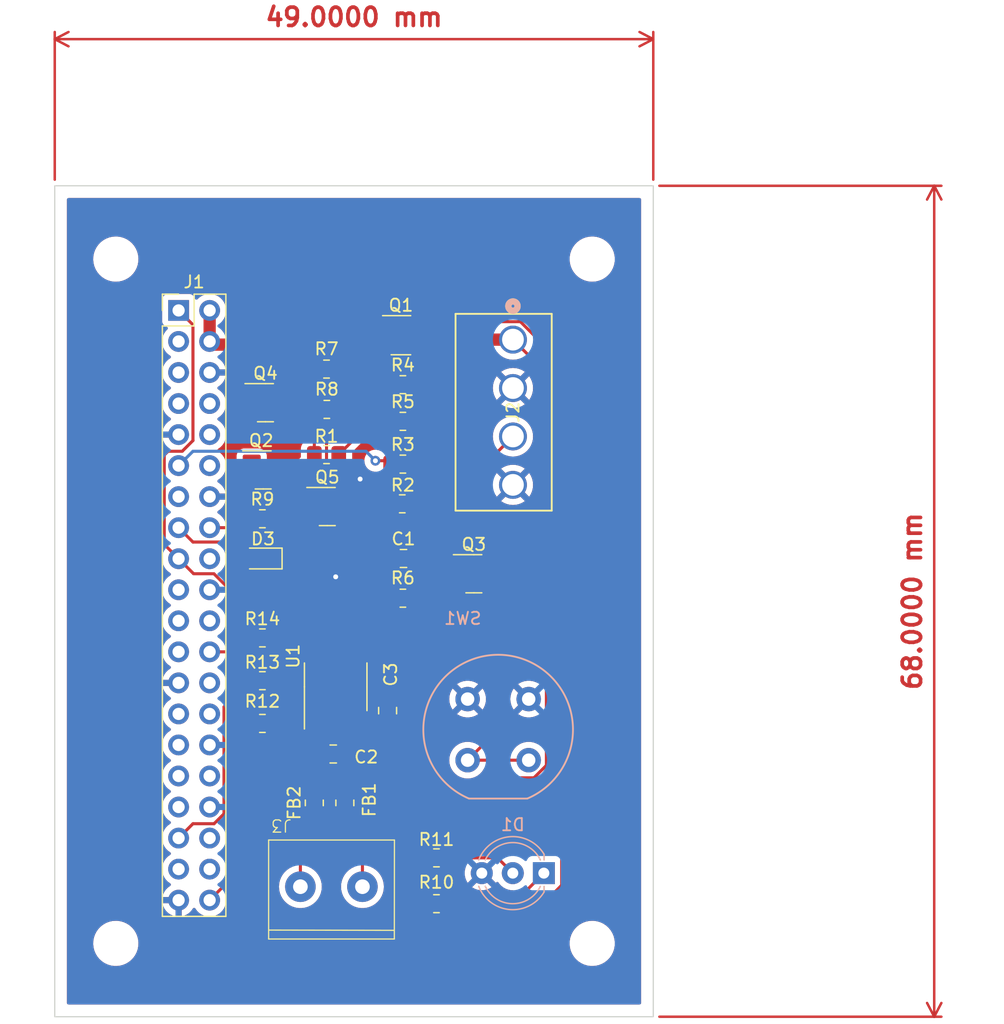
<source format=kicad_pcb>
(kicad_pcb (version 20221018) (generator pcbnew)
  (layers (0 "F.Cu" signal) (31 "B.Cu" signal) (34 "B.Paste" user) (35 "F.Paste" user) (36 "B.SilkS" user "B.Silkscreen") (37 "F.SilkS" user "F.Silkscreen") (38 "B.Mask" user) (39 "F.Mask" user) (44 "Edge.Cuts" user))
  (net 0 "")
  (net 1 "Net-(D3-K)")
  (net 2 "GND")
  (net 3 "Net-(U1-T+)")
  (net 4 "Net-(U1-T-)")
  (net 5 "+3.3V")
  (net 6 "Net-(D1-A1)")
  (net 7 "Net-(D1-A2)")
  (net 8 "OkToShutdown")
  (net 9 "Net-(J3-Pin_1)")
  (net 10 "Net-(J3-Pin_2)")
  (net 11 "+5V")
  (net 17 "PowerSwitch")
  (net 20 "EnableHeating")
  (net 26 "SPI_SEL")
  (net 34 "SP_MISO")
  (net 38 "SP_SCLK")
  (net 39 "/PwrIn")
  (net 40 "Net-(Q3-C)")
  (net 41 "Net-(Q1-G)")
  (net 42 "Net-(Q2-B)")
  (net 43 "Net-(Q2-C)")
  (net 44 "Net-(Q3-B)")
  (net 45 "Net-(Q4-B)")
  (net 46 "Net-(Q5-B)")
  (net 47 "Net-(Q5-C)")
  (net 48 "Net-(U1-SCK)")
  (net 49 "Net-(U1-SO)")
  (footprint "Connector_PinHeader_2.54mm:PinHeader_2x20_P2.54mm_Vertical" (layer "F.Cu") (at 104.14 76.2)
    (fp_text reference "J1" (at 1.27 -2.33) (layer "F.SilkS"))
    (fp_text value "Raspberry_Pi_2_3")
    (fp_line (start -1.33 -1.33) (end 0 -1.33) (stroke (width 0.12)) (layer "F.SilkS"))
    (fp_line (start -1.33 0) (end -1.33 -1.33) (stroke (width 0.12)) (layer "F.SilkS"))
    (fp_line (start -1.33 1.27) (end -1.33 49.59) (stroke (width 0.12)) (layer "F.SilkS"))
    (fp_line (start -1.33 1.27) (end 1.27 1.27) (stroke (width 0.12)) (layer "F.SilkS"))
    (fp_line (start -1.33 49.59) (end 3.87 49.59) (stroke (width 0.12)) (layer "F.SilkS"))
    (fp_line (start 1.27 -1.33) (end 3.87 -1.33) (stroke (width 0.12)) (layer "F.SilkS"))
    (fp_line (start 1.27 1.27) (end 1.27 -1.33) (stroke (width 0.12)) (layer "F.SilkS"))
    (fp_line (start 3.87 -1.33) (end 3.87 49.59) (stroke (width 0.12)) (layer "F.SilkS"))
    (pad "1" thru_hole rect (at 0 0) (size 1.7 1.7) (drill 1) (layers "*.Cu" "*.Mask") (net 5 "+3.3V"))
    (pad "2" thru_hole oval (at 2.54 0) (size 1.7 1.7) (drill 1) (layers "*.Cu" "*.Mask") (net 11 "+5V"))
    (pad "3" thru_hole oval (at 0 2.54) (size 1.7 1.7) (drill 1) (layers "*.Cu" "*.Mask"))
    (pad "4" thru_hole oval (at 2.54 2.54) (size 1.7 1.7) (drill 1) (layers "*.Cu" "*.Mask") (net 11 "+5V"))
    (pad "5" thru_hole oval (at 0 5.08) (size 1.7 1.7) (drill 1) (layers "*.Cu" "*.Mask"))
    (pad "6" thru_hole oval (at 2.54 5.08) (size 1.7 1.7) (drill 1) (layers "*.Cu" "*.Mask") (net 2 "GND"))
    (pad "7" thru_hole oval (at 0 7.62) (size 1.7 1.7) (drill 1) (layers "*.Cu" "*.Mask"))
    (pad "8" thru_hole oval (at 2.54 7.62) (size 1.7 1.7) (drill 1) (layers "*.Cu" "*.Mask"))
    (pad "9" thru_hole oval (at 0 10.16) (size 1.7 1.7) (drill 1) (layers "*.Cu" "*.Mask") (net 2 "GND"))
    (pad "10" thru_hole oval (at 2.54 10.16) (size 1.7 1.7) (drill 1) (layers "*.Cu" "*.Mask"))
    (pad "11" thru_hole oval (at 0 12.7) (size 1.7 1.7) (drill 1) (layers "*.Cu" "*.Mask") (net 17 "PowerSwitch"))
    (pad "12" thru_hole oval (at 2.54 12.7) (size 1.7 1.7) (drill 1) (layers "*.Cu" "*.Mask"))
    (pad "13" thru_hole oval (at 0 15.24) (size 1.7 1.7) (drill 1) (layers "*.Cu" "*.Mask"))
    (pad "14" thru_hole oval (at 2.54 15.24) (size 1.7 1.7) (drill 1) (layers "*.Cu" "*.Mask") (net 2 "GND"))
    (pad "15" thru_hole oval (at 0 17.78) (size 1.7 1.7) (drill 1) (layers "*.Cu" "*.Mask") (net 8 "OkToShutdown"))
    (pad "16" thru_hole oval (at 2.54 17.78) (size 1.7 1.7) (drill 1) (layers "*.Cu" "*.Mask") (net 20 "EnableHeating"))
    (pad "17" thru_hole oval (at 0 20.32) (size 1.7 1.7) (drill 1) (layers "*.Cu" "*.Mask") (net 5 "+3.3V"))
    (pad "18" thru_hole oval (at 2.54 20.32) (size 1.7 1.7) (drill 1) (layers "*.Cu" "*.Mask"))
    (pad "19" thru_hole oval (at 0 22.86) (size 1.7 1.7) (drill 1) (layers "*.Cu" "*.Mask"))
    (pad "20" thru_hole oval (at 2.54 22.86) (size 1.7 1.7) (drill 1) (layers "*.Cu" "*.Mask") (net 2 "GND"))
    (pad "21" thru_hole oval (at 0 25.4) (size 1.7 1.7) (drill 1) (layers "*.Cu" "*.Mask"))
    (pad "22" thru_hole oval (at 2.54 25.4) (size 1.7 1.7) (drill 1) (layers "*.Cu" "*.Mask"))
    (pad "23" thru_hole oval (at 0 27.94) (size 1.7 1.7) (drill 1) (layers "*.Cu" "*.Mask"))
    (pad "24" thru_hole oval (at 2.54 27.94) (size 1.7 1.7) (drill 1) (layers "*.Cu" "*.Mask") (net 26 "SPI_SEL"))
    (pad "25" thru_hole oval (at 0 30.48) (size 1.7 1.7) (drill 1) (layers "*.Cu" "*.Mask") (net 2 "GND"))
    (pad "26" thru_hole oval (at 2.54 30.48) (size 1.7 1.7) (drill 1) (layers "*.Cu" "*.Mask"))
    (pad "27" thru_hole oval (at 0 33.02) (size 1.7 1.7) (drill 1) (layers "*.Cu" "*.Mask"))
    (pad "28" thru_hole oval (at 2.54 33.02) (size 1.7 1.7) (drill 1) (layers "*.Cu" "*.Mask"))
    (pad "29" thru_hole oval (at 0 35.56) (size 1.7 1.7) (drill 1) (layers "*.Cu" "*.Mask"))
    (pad "30" thru_hole oval (at 2.54 35.56) (size 1.7 1.7) (drill 1) (layers "*.Cu" "*.Mask") (net 2 "GND"))
    (pad "31" thru_hole oval (at 0 38.1) (size 1.7 1.7) (drill 1) (layers "*.Cu" "*.Mask"))
    (pad "32" thru_hole oval (at 2.54 38.1) (size 1.7 1.7) (drill 1) (layers "*.Cu" "*.Mask"))
    (pad "33" thru_hole oval (at 0 40.64) (size 1.7 1.7) (drill 1) (layers "*.Cu" "*.Mask"))
    (pad "34" thru_hole oval (at 2.54 40.64) (size 1.7 1.7) (drill 1) (layers "*.Cu" "*.Mask") (net 2 "GND"))
    (pad "35" thru_hole oval (at 0 43.18) (size 1.7 1.7) (drill 1) (layers "*.Cu" "*.Mask") (net 34 "SP_MISO"))
    (pad "36" thru_hole oval (at 2.54 43.18) (size 1.7 1.7) (drill 1) (layers "*.Cu" "*.Mask"))
    (pad "37" thru_hole oval (at 0 45.72) (size 1.7 1.7) (drill 1) (layers "*.Cu" "*.Mask"))
    (pad "38" thru_hole oval (at 2.54 45.72) (size 1.7 1.7) (drill 1) (layers "*.Cu" "*.Mask"))
    (pad "39" thru_hole oval (at 0 48.26) (size 1.7 1.7) (drill 1) (layers "*.Cu" "*.Mask") (net 2 "GND"))
    (pad "40" thru_hole oval (at 2.54 48.26) (size 1.7 1.7) (drill 1) (layers "*.Cu" "*.Mask") (net 38 "SP_SCLK"))
  )
  (footprint "Resistor_SMD:R_0805_2012Metric_Pad1.20x1.40mm_HandSolder" (layer "F.Cu") (at 111 103 180)
    (fp_text reference "R14" (at 0 1.56) (layer "F.SilkS"))
    (fp_text value "10K")
    (fp_line (start -0.227064 -0.735) (end 0.227064 -0.735) (stroke (width 0.12)) (layer "F.SilkS"))
    (fp_line (start -0.227064 0.735) (end 0.227064 0.735) (stroke (width 0.12)) (layer "F.SilkS"))
    (pad "1" smd roundrect (at -1 0 180) (size 1.2 1.4) (layers "F.Cu" "F.Paste" "F.Mask") (roundrect_rratio 0.2083333333) (net 26 "SPI_SEL"))
    (pad "2" smd roundrect (at 1 0 180) (size 1.2 1.4) (layers "F.Cu" "F.Paste" "F.Mask") (roundrect_rratio 0.2083333333) (net 5 "+3.3V"))
  )
  (footprint "Resistor_SMD:R_0805_2012Metric_Pad1.20x1.40mm_HandSolder" (layer "F.Cu") (at 117.75 116.5 90)
    (fp_text reference "FB1" (at 0.25 2 90) (layer "F.SilkS"))
    (fp_text value "FerriteBead_Small")
    (fp_line (start -0.227064 -0.735) (end 0.227064 -0.735) (stroke (width 0.12)) (layer "F.SilkS"))
    (fp_line (start -0.227064 0.735) (end 0.227064 0.735) (stroke (width 0.12)) (layer "F.SilkS"))
    (pad "1" smd roundrect (at -1 0 90) (size 1.2 1.4) (layers "F.Cu" "F.Paste" "F.Mask") (roundrect_rratio 0.2083333333) (net 9 "Net-(J3-Pin_1)"))
    (pad "2" smd roundrect (at 1 0 90) (size 1.2 1.4) (layers "F.Cu" "F.Paste" "F.Mask") (roundrect_rratio 0.2083333333) (net 3 "Net-(U1-T+)"))
  )
  (footprint "Resistor_SMD:R_0805_2012Metric_Pad1.20x1.40mm_HandSolder" (layer "F.Cu") (at 116.275 84.3)
    (fp_text reference "R8" (at 0 -1.65) (layer "F.SilkS"))
    (fp_text value "470R")
    (fp_line (start -0.227064 -0.735) (end 0.227064 -0.735) (stroke (width 0.12)) (layer "F.SilkS"))
    (fp_line (start -0.227064 0.735) (end 0.227064 0.735) (stroke (width 0.12)) (layer "F.SilkS"))
    (pad "1" smd roundrect (at -1 0) (size 1.2 1.4) (layers "F.Cu" "F.Paste" "F.Mask") (roundrect_rratio 0.2083333333) (net 45 "Net-(Q4-B)"))
    (pad "2" smd roundrect (at 1 0) (size 1.2 1.4) (layers "F.Cu" "F.Paste" "F.Mask") (roundrect_rratio 0.2083333333) (net 47 "Net-(Q5-C)"))
  )
  (footprint "Package_SO:SOIC-8_3.9x4.9mm_P1.27mm" (layer "F.Cu") (at 117 107 90)
    (fp_text reference "U1" (at 2.5 -3.485 90) (layer "F.SilkS"))
    (fp_text value "MAX31855KASA")
    (fp_line (start 0 -2.56) (end -3.45 -2.56) (stroke (width 0.12)) (layer "F.SilkS"))
    (fp_line (start 0 -2.56) (end 1.95 -2.56) (stroke (width 0.12)) (layer "F.SilkS"))
    (fp_line (start 0 2.56) (end -1.95 2.56) (stroke (width 0.12)) (layer "F.SilkS"))
    (fp_line (start 0 2.56) (end 1.95 2.56) (stroke (width 0.12)) (layer "F.SilkS"))
    (pad "1" smd roundrect (at -2.475 -1.905 90) (size 1.95 0.6) (layers "F.Cu" "F.Paste" "F.Mask") (net 2 "GND"))
    (pad "2" smd roundrect (at -2.475 -0.635 90) (size 1.95 0.6) (layers "F.Cu" "F.Paste" "F.Mask") (net 4 "Net-(U1-T-)"))
    (pad "3" smd roundrect (at -2.475 0.635 90) (size 1.95 0.6) (layers "F.Cu" "F.Paste" "F.Mask") (net 3 "Net-(U1-T+)"))
    (pad "4" smd roundrect (at -2.475 1.905 90) (size 1.95 0.6) (layers "F.Cu" "F.Paste" "F.Mask") (net 5 "+3.3V"))
    (pad "5" smd roundrect (at 2.475 1.905 90) (size 1.95 0.6) (layers "F.Cu" "F.Paste" "F.Mask") (net 48 "Net-(U1-SCK)"))
    (pad "6" smd roundrect (at 2.475 0.635 90) (size 1.95 0.6) (layers "F.Cu" "F.Paste" "F.Mask") (net 26 "SPI_SEL"))
    (pad "7" smd roundrect (at 2.475 -0.635 90) (size 1.95 0.6) (layers "F.Cu" "F.Paste" "F.Mask") (net 49 "Net-(U1-SO)"))
    (pad "8" smd roundrect (at 2.475 -1.905 90) (size 1.95 0.6) (layers "F.Cu" "F.Paste" "F.Mask"))
  )
  (footprint "MountingHole:MountingHole_3.2mm_M3" (layer "F.Cu") (at 138 72)
    (fp_text reference "REF**" hide)
    (fp_text value "MountingHole_3.2mm_M3")
    (pad "" np_thru_hole circle (at 0 0) (size 3.2 3.2) (drill 3.2) (layers "*.Cu" "*.Mask"))
  )
  (footprint "Resistor_SMD:R_0805_2012Metric_Pad1.20x1.40mm_HandSolder" (layer "F.Cu") (at 116.25 88 180)
    (fp_text reference "R1" (at 0 1.5) (layer "F.SilkS"))
    (fp_text value "1K")
    (fp_line (start -0.227064 -0.735) (end 0.227064 -0.735) (stroke (width 0.12)) (layer "F.SilkS"))
    (fp_line (start -0.227064 0.735) (end 0.227064 0.735) (stroke (width 0.12)) (layer "F.SilkS"))
    (pad "1" smd roundrect (at -1 0 180) (size 1.2 1.4) (layers "F.Cu" "F.Paste" "F.Mask") (roundrect_rratio 0.2083333333) (net 41 "Net-(Q1-G)"))
    (pad "2" smd roundrect (at 1 0 180) (size 1.2 1.4) (layers "F.Cu" "F.Paste" "F.Mask") (roundrect_rratio 0.2083333333) (net 43 "Net-(Q2-C)"))
  )
  (footprint "MountingHole:MountingHole_3.2mm_M3" (layer "F.Cu") (at 138 128)
    (fp_text reference "REF**" hide)
    (fp_text value "MountingHole_3.2mm_M3")
    (pad "" np_thru_hole circle (at 0 0) (size 3.2 3.2) (drill 3.2) (layers "*.Cu" "*.Mask"))
  )
  (footprint "WeidmullerScrewTerminal:1x2ScrewTerminal" (layer "F.Cu") (at 121.79 119.56 180)
    (fp_text reference "J3" (at 9.24 1.21 180 unlocked) (layer "F.SilkS") (effects (font (thickness 0.1))))
    (fp_text value "Conn_01x02_Pin")
    (fp_line (start -0.02 0.02) (end 10.28 0.02) (stroke (width 0.1)) (layer "F.SilkS"))
    (fp_line (start -0.01 -8.08) (end -0.02 0.02) (stroke (width 0.1)) (layer "F.SilkS"))
    (fp_line (start 0.04 -7.37) (end 10.25 -7.35) (stroke (width 0.1)) (layer "F.SilkS"))
    (fp_line (start 10.28 -8.08) (end -0.01 -8.08) (stroke (width 0.1)) (layer "F.SilkS"))
    (fp_line (start 10.28 0.02) (end 10.28 -8.08) (stroke (width 0.1)) (layer "F.SilkS"))
    (pad "1" thru_hole circle (at 2.6 -3.8 180) (size 2.5 2.5) (drill 1.2) (layers "*.Cu" "*.Mask") (net 9 "Net-(J3-Pin_1)"))
    (pad "2" thru_hole circle (at 7.68 -3.8 180) (size 2.5 2.5) (drill 1.2) (layers "*.Cu" "*.Mask") (net 10 "Net-(J3-Pin_2)"))
  )
  (footprint "Capacitor_SMD:C_0805_2012Metric" (layer "F.Cu") (at 121.25 108.95 90)
    (fp_text reference "C3" (at 2.95 0.25 90) (layer "F.SilkS"))
    (fp_text value "100n")
    (fp_line (start -0.261252 -0.735) (end 0.261252 -0.735) (stroke (width 0.12)) (layer "F.SilkS"))
    (fp_line (start -0.261252 0.735) (end 0.261252 0.735) (stroke (width 0.12)) (layer "F.SilkS"))
    (pad "1" smd roundrect (at -0.95 0 90) (size 1 1.45) (layers "F.Cu" "F.Paste" "F.Mask") (net 5 "+3.3V"))
    (pad "2" smd roundrect (at 0.95 0 90) (size 1 1.45) (layers "F.Cu" "F.Paste" "F.Mask") (net 2 "GND"))
  )
  (footprint "Package_TO_SOT_SMD:SOT-23" (layer "F.Cu") (at 116.3125 92.25)
    (fp_text reference "Q5" (at 0 -2.4) (layer "F.SilkS"))
    (fp_text value "BC847")
    (fp_line (start 0 -1.56) (end -1.675 -1.56) (stroke (width 0.12)) (layer "F.SilkS"))
    (fp_line (start 0 -1.56) (end 0.65 -1.56) (stroke (width 0.12)) (layer "F.SilkS"))
    (fp_line (start 0 1.56) (end -0.65 1.56) (stroke (width 0.12)) (layer "F.SilkS"))
    (fp_line (start 0 1.56) (end 0.65 1.56) (stroke (width 0.12)) (layer "F.SilkS"))
    (pad "1" smd roundrect (at -0.9375 -0.95) (size 1.475 0.6) (layers "F.Cu" "F.Paste" "F.Mask") (net 46 "Net-(Q5-B)"))
    (pad "2" smd roundrect (at -0.9375 0.95) (size 1.475 0.6) (layers "F.Cu" "F.Paste" "F.Mask") (net 2 "GND"))
    (pad "3" smd roundrect (at 0.9375 0) (size 1.475 0.6) (layers "F.Cu" "F.Paste" "F.Mask") (net 47 "Net-(Q5-C)"))
  )
  (footprint "TE-Connector:CONN4_640445-4_TEC" (layer "F.Cu") (at 131.512 78.5898 90)
    (fp_text reference "J2" (at -5.9436 0 90 unlocked) (layer "F.SilkS"))
    (fp_text value "640445-4")
    (fp_circle (center 2.7432 0) (end 3.1242 0) (stroke (width 0.508)) (fill none) (layer "B.SilkS"))
    (fp_line (start -13.9954 -4.699) (end -13.9954 3.175) (stroke (width 0.1524)) (layer "F.SilkS"))
    (fp_line (start -13.9954 3.175) (end 2.1082 3.175) (stroke (width 0.1524)) (layer "F.SilkS"))
    (fp_line (start 2.1082 -4.699) (end -13.9954 -4.699) (stroke (width 0.1524)) (layer "F.SilkS"))
    (fp_line (start 2.1082 3.175) (end 2.1082 -4.699) (stroke (width 0.1524)) (layer "F.SilkS"))
    (fp_circle (center 2.7432 0) (end 3.1242 0) (stroke (width 0.508)) (fill none) (layer "F.SilkS"))
    (pad "1" thru_hole circle (at 0 0 90) (size 2.286 2.286) (drill 1.778) (layers "*.Cu" "*.Mask") (net 39 "/PwrIn"))
    (pad "2" thru_hole circle (at -3.9624 0 90) (size 2.286 2.286) (drill 1.778) (layers "*.Cu" "*.Mask") (net 2 "GND"))
    (pad "3" thru_hole circle (at -7.9248 0 90) (size 2.286 2.286) (drill 1.778) (layers "*.Cu" "*.Mask") (net 40 "Net-(Q3-C)"))
    (pad "4" thru_hole circle (at -11.8872 0 90) (size 2.286 2.286) (drill 1.778) (layers "*.Cu" "*.Mask") (net 2 "GND"))
  )
  (footprint "Resistor_SMD:R_0805_2012Metric_Pad1.20x1.40mm_HandSolder" (layer "F.Cu") (at 116.25 81)
    (fp_text reference "R7" (at 0 -1.65) (layer "F.SilkS"))
    (fp_text value "10K")
    (fp_line (start -0.227064 -0.735) (end 0.227064 -0.735) (stroke (width 0.12)) (layer "F.SilkS"))
    (fp_line (start -0.227064 0.735) (end 0.227064 0.735) (stroke (width 0.12)) (layer "F.SilkS"))
    (pad "1" smd roundrect (at -1 0) (size 1.2 1.4) (layers "F.Cu" "F.Paste" "F.Mask") (roundrect_rratio 0.2083333333) (net 11 "+5V"))
    (pad "2" smd roundrect (at 1 0) (size 1.2 1.4) (layers "F.Cu" "F.Paste" "F.Mask") (roundrect_rratio 0.2083333333) (net 45 "Net-(Q4-B)"))
  )
  (footprint "Package_TO_SOT_SMD:SOT-23" (layer "F.Cu") (at 111.0625 89.25)
    (fp_text reference "Q2" (at -0.1625 -2.4) (layer "F.SilkS"))
    (fp_text value "BC857")
    (fp_line (start 0 -1.56) (end -1.675 -1.56) (stroke (width 0.12)) (layer "F.SilkS"))
    (fp_line (start 0 -1.56) (end 0.65 -1.56) (stroke (width 0.12)) (layer "F.SilkS"))
    (fp_line (start 0 1.56) (end -0.65 1.56) (stroke (width 0.12)) (layer "F.SilkS"))
    (fp_line (start 0 1.56) (end 0.65 1.56) (stroke (width 0.12)) (layer "F.SilkS"))
    (pad "1" smd roundrect (at -0.9375 -0.95) (size 1.475 0.6) (layers "F.Cu" "F.Paste" "F.Mask") (net 42 "Net-(Q2-B)"))
    (pad "2" smd roundrect (at -0.9375 0.95) (size 1.475 0.6) (layers "F.Cu" "F.Paste" "F.Mask") (net 2 "GND"))
    (pad "3" smd roundrect (at 0.9375 0) (size 1.475 0.6) (layers "F.Cu" "F.Paste" "F.Mask") (net 43 "Net-(Q2-C)"))
  )
  (footprint "Capacitor_SMD:C_0805_2012Metric" (layer "F.Cu") (at 122.55 96.5 180)
    (fp_text reference "C1" (at 0 1.6) (layer "F.SilkS"))
    (fp_text value "2.2u")
    (fp_line (start -0.261252 -0.735) (end 0.261252 -0.735) (stroke (width 0.12)) (layer "F.SilkS"))
    (fp_line (start -0.261252 0.735) (end 0.261252 0.735) (stroke (width 0.12)) (layer "F.SilkS"))
    (pad "1" smd roundrect (at -0.95 0 180) (size 1 1.45) (layers "F.Cu" "F.Paste" "F.Mask") (net 1 "Net-(D3-K)"))
    (pad "2" smd roundrect (at 0.95 0 180) (size 1 1.45) (layers "F.Cu" "F.Paste" "F.Mask") (net 2 "GND"))
  )
  (footprint "Resistor_SMD:R_0805_2012Metric_Pad1.20x1.40mm_HandSolder" (layer "F.Cu") (at 122.45 92.0275 180)
    (fp_text reference "R2" (at -0.05 1.5275) (layer "F.SilkS"))
    (fp_text value "2K2")
    (fp_line (start -0.227064 -0.735) (end 0.227064 -0.735) (stroke (width 0.12)) (layer "F.SilkS"))
    (fp_line (start -0.227064 0.735) (end 0.227064 0.735) (stroke (width 0.12)) (layer "F.SilkS"))
    (pad "1" smd roundrect (at -1 0 180) (size 1.2 1.4) (layers "F.Cu" "F.Paste" "F.Mask") (roundrect_rratio 0.2083333333) (net 17 "PowerSwitch"))
    (pad "2" smd roundrect (at 1 0 180) (size 1.2 1.4) (layers "F.Cu" "F.Paste" "F.Mask") (roundrect_rratio 0.2083333333) (net 42 "Net-(Q2-B)"))
  )
  (footprint "Resistor_SMD:R_0805_2012Metric_Pad1.20x1.40mm_HandSolder" (layer "F.Cu") (at 115.25 116.5 90)
    (fp_text reference "FB2" (at 0 -1.65 90) (layer "F.SilkS"))
    (fp_text value "FerriteBead_Small")
    (fp_line (start -0.227064 -0.735) (end 0.227064 -0.735) (stroke (width 0.12)) (layer "F.SilkS"))
    (fp_line (start -0.227064 0.735) (end 0.227064 0.735) (stroke (width 0.12)) (layer "F.SilkS"))
    (pad "1" smd roundrect (at -1 0 90) (size 1.2 1.4) (layers "F.Cu" "F.Paste" "F.Mask") (roundrect_rratio 0.2083333333) (net 10 "Net-(J3-Pin_2)"))
    (pad "2" smd roundrect (at 1 0 90) (size 1.2 1.4) (layers "F.Cu" "F.Paste" "F.Mask") (roundrect_rratio 0.2083333333) (net 4 "Net-(U1-T-)"))
  )
  (footprint "Package_TO_SOT_SMD:SOT-23" (layer "F.Cu") (at 111.25 83.75)
    (fp_text reference "Q4" (at 0 -2.4) (layer "F.SilkS"))
    (fp_text value "BC847")
    (fp_line (start 0 -1.56) (end -1.675 -1.56) (stroke (width 0.12)) (layer "F.SilkS"))
    (fp_line (start 0 -1.56) (end 0.65 -1.56) (stroke (width 0.12)) (layer "F.SilkS"))
    (fp_line (start 0 1.56) (end -0.65 1.56) (stroke (width 0.12)) (layer "F.SilkS"))
    (fp_line (start 0 1.56) (end 0.65 1.56) (stroke (width 0.12)) (layer "F.SilkS"))
    (pad "1" smd roundrect (at -0.9375 -0.95) (size 1.475 0.6) (layers "F.Cu" "F.Paste" "F.Mask") (net 45 "Net-(Q4-B)"))
    (pad "2" smd roundrect (at -0.9375 0.95) (size 1.475 0.6) (layers "F.Cu" "F.Paste" "F.Mask") (net 2 "GND"))
    (pad "3" smd roundrect (at 0.9375 0) (size 1.475 0.6) (layers "F.Cu" "F.Paste" "F.Mask") (net 43 "Net-(Q2-C)"))
  )
  (footprint "Resistor_SMD:R_0805_2012Metric_Pad1.20x1.40mm_HandSolder" (layer "F.Cu") (at 125.25 121 180)
    (fp_text reference "R11" (at 0 1.5) (layer "F.SilkS"))
    (fp_text value "220R")
    (fp_line (start -0.227064 -0.735) (end 0.227064 -0.735) (stroke (width 0.12)) (layer "F.SilkS"))
    (fp_line (start -0.227064 0.735) (end 0.227064 0.735) (stroke (width 0.12)) (layer "F.SilkS"))
    (pad "1" smd roundrect (at -1 0 180) (size 1.2 1.4) (layers "F.Cu" "F.Paste" "F.Mask") (roundrect_rratio 0.2083333333) (net 7 "Net-(D1-A2)"))
    (pad "2" smd roundrect (at 1 0 180) (size 1.2 1.4) (layers "F.Cu" "F.Paste" "F.Mask") (roundrect_rratio 0.2083333333) (net 39 "/PwrIn"))
  )
  (footprint "MountingHole:MountingHole_3.2mm_M3" (layer "F.Cu") (at 99 72)
    (fp_text reference "REF**" hide)
    (fp_text value "MountingHole_3.2mm_M3")
    (pad "" np_thru_hole circle (at 0 0) (size 3.2 3.2) (drill 3.2) (layers "*.Cu" "*.Mask"))
  )
  (footprint "Resistor_SMD:R_0805_2012Metric_Pad1.20x1.40mm_HandSolder" (layer "F.Cu") (at 125.25 124.75 180)
    (fp_text reference "R10" (at 0 1.75) (layer "F.SilkS"))
    (fp_text value "220R")
    (fp_line (start -0.227064 -0.735) (end 0.227064 -0.735) (stroke (width 0.12)) (layer "F.SilkS"))
    (fp_line (start -0.227064 0.735) (end 0.227064 0.735) (stroke (width 0.12)) (layer "F.SilkS"))
    (pad "1" smd roundrect (at -1 0 180) (size 1.2 1.4) (layers "F.Cu" "F.Paste" "F.Mask") (roundrect_rratio 0.2083333333) (net 6 "Net-(D1-A1)"))
    (pad "2" smd roundrect (at 1 0 180) (size 1.2 1.4) (layers "F.Cu" "F.Paste" "F.Mask") (roundrect_rratio 0.2083333333) (net 11 "+5V"))
  )
  (footprint "Resistor_SMD:R_0805_2012Metric_Pad1.20x1.40mm_HandSolder" (layer "F.Cu") (at 111 93.25 180)
    (fp_text reference "R9" (at 0 1.6) (layer "F.SilkS"))
    (fp_text value "2K2")
    (fp_line (start -0.227064 -0.735) (end 0.227064 -0.735) (stroke (width 0.12)) (layer "F.SilkS"))
    (fp_line (start -0.227064 0.735) (end 0.227064 0.735) (stroke (width 0.12)) (layer "F.SilkS"))
    (pad "1" smd roundrect (at -1 0 180) (size 1.2 1.4) (layers "F.Cu" "F.Paste" "F.Mask") (roundrect_rratio 0.2083333333) (net 46 "Net-(Q5-B)"))
    (pad "2" smd roundrect (at 1 0 180) (size 1.2 1.4) (layers "F.Cu" "F.Paste" "F.Mask") (roundrect_rratio 0.2083333333) (net 1 "Net-(D3-K)"))
  )
  (footprint "Resistor_SMD:R_0805_2012Metric_Pad1.20x1.40mm_HandSolder" (layer "F.Cu") (at 122.5 82.2775 180)
    (fp_text reference "R4" (at 0 1.6) (layer "F.SilkS"))
    (fp_text value "10K")
    (fp_line (start -0.227064 -0.735) (end 0.227064 -0.735) (stroke (width 0.12)) (layer "F.SilkS"))
    (fp_line (start -0.227064 0.735) (end 0.227064 0.735) (stroke (width 0.12)) (layer "F.SilkS"))
    (pad "1" smd roundrect (at -1 0 180) (size 1.2 1.4) (layers "F.Cu" "F.Paste" "F.Mask") (roundrect_rratio 0.2083333333) (net 39 "/PwrIn"))
    (pad "2" smd roundrect (at 1 0 180) (size 1.2 1.4) (layers "F.Cu" "F.Paste" "F.Mask") (roundrect_rratio 0.2083333333) (net 41 "Net-(Q1-G)"))
  )
  (footprint "Resistor_SMD:R_0805_2012Metric_Pad1.20x1.40mm_HandSolder" (layer "F.Cu") (at 111 106.5 180)
    (fp_text reference "R13" (at 0 1.5) (layer "F.SilkS"))
    (fp_text value "100R")
    (fp_line (start -0.227064 -0.735) (end 0.227064 -0.735) (stroke (width 0.12)) (layer "F.SilkS"))
    (fp_line (start -0.227064 0.735) (end 0.227064 0.735) (stroke (width 0.12)) (layer "F.SilkS"))
    (pad "1" smd roundrect (at -1 0 180) (size 1.2 1.4) (layers "F.Cu" "F.Paste" "F.Mask") (roundrect_rratio 0.2083333333) (net 49 "Net-(U1-SO)"))
    (pad "2" smd roundrect (at 1 0 180) (size 1.2 1.4) (layers "F.Cu" "F.Paste" "F.Mask") (roundrect_rratio 0.2083333333) (net 34 "SP_MISO"))
  )
  (footprint "MountingHole:MountingHole_3.2mm_M3" (layer "F.Cu") (at 99 128)
    (fp_text reference "REF**" hide)
    (fp_text value "MountingHole_3.2mm_M3")
    (pad "" np_thru_hole circle (at 0 0) (size 3.2 3.2) (drill 3.2) (layers "*.Cu" "*.Mask"))
  )
  (footprint "Resistor_SMD:R_0805_2012Metric_Pad1.20x1.40mm_HandSolder" (layer "F.Cu") (at 122.5 99.75)
    (fp_text reference "R6" (at 0 -1.65) (layer "F.SilkS"))
    (fp_text value "2K2")
    (fp_line (start -0.227064 -0.735) (end 0.227064 -0.735) (stroke (width 0.12)) (layer "F.SilkS"))
    (fp_line (start -0.227064 0.735) (end 0.227064 0.735) (stroke (width 0.12)) (layer "F.SilkS"))
    (pad "1" smd roundrect (at -1 0) (size 1.2 1.4) (layers "F.Cu" "F.Paste" "F.Mask") (roundrect_rratio 0.2083333333) (net 20 "EnableHeating"))
    (pad "2" smd roundrect (at 1 0) (size 1.2 1.4) (layers "F.Cu" "F.Paste" "F.Mask") (roundrect_rratio 0.2083333333) (net 44 "Net-(Q3-B)"))
  )
  (footprint "Diode_SMD:D_SOD-323" (layer "F.Cu") (at 111 96.5 180)
    (fp_text reference "D3" (at -0.05 1.6) (layer "F.SilkS"))
    (fp_text value "1N4148WS")
    (fp_line (start -1.61 -0.85) (end -1.61 0.85) (stroke (width 0.12)) (layer "F.SilkS"))
    (fp_line (start -1.61 -0.85) (end 1.05 -0.85) (stroke (width 0.12)) (layer "F.SilkS"))
    (fp_line (start -1.61 0.85) (end 1.05 0.85) (stroke (width 0.12)) (layer "F.SilkS"))
    (pad "1" smd roundrect (at -1.05 0 180) (size 0.6 0.45) (layers "F.Cu" "F.Paste" "F.Mask") (net 1 "Net-(D3-K)"))
    (pad "2" smd roundrect (at 1.05 0 180) (size 0.6 0.45) (layers "F.Cu" "F.Paste" "F.Mask") (net 8 "OkToShutdown"))
  )
  (footprint "Capacitor_SMD:C_0805_2012Metric" (layer "F.Cu") (at 116.8 112.5 180)
    (fp_text reference "C2" (at -2.7 -0.25) (layer "F.SilkS"))
    (fp_text value "10n")
    (fp_line (start -0.261252 -0.735) (end 0.261252 -0.735) (stroke (width 0.12)) (layer "F.SilkS"))
    (fp_line (start -0.261252 0.735) (end 0.261252 0.735) (stroke (width 0.12)) (layer "F.SilkS"))
    (pad "1" smd roundrect (at -0.95 0 180) (size 1 1.45) (layers "F.Cu" "F.Paste" "F.Mask") (net 3 "Net-(U1-T+)"))
    (pad "2" smd roundrect (at 0.95 0 180) (size 1 1.45) (layers "F.Cu" "F.Paste" "F.Mask") (net 4 "Net-(U1-T-)"))
  )
  (footprint "Resistor_SMD:R_0805_2012Metric_Pad1.20x1.40mm_HandSolder" (layer "F.Cu") (at 111 110 180)
    (fp_text reference "R12" (at 0 1.81) (layer "F.SilkS"))
    (fp_text value "100R")
    (fp_line (start -0.227064 -0.735) (end 0.227064 -0.735) (stroke (width 0.12)) (layer "F.SilkS"))
    (fp_line (start -0.227064 0.735) (end 0.227064 0.735) (stroke (width 0.12)) (layer "F.SilkS"))
    (pad "1" smd roundrect (at -1 0 180) (size 1.2 1.4) (layers "F.Cu" "F.Paste" "F.Mask") (roundrect_rratio 0.2083333333) (net 48 "Net-(U1-SCK)"))
    (pad "2" smd roundrect (at 1 0 180) (size 1.2 1.4) (layers "F.Cu" "F.Paste" "F.Mask") (roundrect_rratio 0.2083333333) (net 38 "SP_SCLK"))
  )
  (footprint "Package_TO_SOT_SMD:SOT-23" (layer "F.Cu") (at 128.3125 97.75)
    (fp_text reference "Q3" (at 0 -2.4) (layer "F.SilkS"))
    (fp_text value "BC847")
    (fp_line (start 0 -1.56) (end -1.675 -1.56) (stroke (width 0.12)) (layer "F.SilkS"))
    (fp_line (start 0 -1.56) (end 0.65 -1.56) (stroke (width 0.12)) (layer "F.SilkS"))
    (fp_line (start 0 1.56) (end -0.65 1.56) (stroke (width 0.12)) (layer "F.SilkS"))
    (fp_line (start 0 1.56) (end 0.65 1.56) (stroke (width 0.12)) (layer "F.SilkS"))
    (pad "1" smd roundrect (at -0.9375 -0.95) (size 1.475 0.6) (layers "F.Cu" "F.Paste" "F.Mask") (net 44 "Net-(Q3-B)"))
    (pad "2" smd roundrect (at -0.9375 0.95) (size 1.475 0.6) (layers "F.Cu" "F.Paste" "F.Mask") (net 2 "GND"))
    (pad "3" smd roundrect (at 0.9375 0) (size 1.475 0.6) (layers "F.Cu" "F.Paste" "F.Mask") (net 40 "Net-(Q3-C)"))
  )
  (footprint "Package_SO:TSOP-6_1.65x3.05mm_P0.95mm" (layer "F.Cu") (at 122.34 78.2275)
    (fp_text reference "Q1" (at 0 -2.45) (layer "F.SilkS"))
    (fp_text value "IRLTS2242")
    (fp_line (start -0.8 1.6) (end 0.8 1.6) (stroke (width 0.12)) (layer "F.SilkS"))
    (fp_line (start 0.8 -1.6) (end -1.5 -1.6) (stroke (width 0.12)) (layer "F.SilkS"))
    (pad "1" smd rect (at -1.16 -0.95) (size 0.7 0.51) (layers "F.Cu" "F.Paste" "F.Mask") (net 11 "+5V"))
    (pad "2" smd rect (at -1.16 0) (size 0.7 0.51) (layers "F.Cu" "F.Paste" "F.Mask") (net 11 "+5V"))
    (pad "3" smd rect (at -1.16 0.95) (size 0.7 0.51) (layers "F.Cu" "F.Paste" "F.Mask") (net 41 "Net-(Q1-G)"))
    (pad "4" smd rect (at 1.16 0.95) (size 0.7 0.51) (layers "F.Cu" "F.Paste" "F.Mask") (net 39 "/PwrIn"))
    (pad "5" smd rect (at 1.16 0) (size 0.7 0.51) (layers "F.Cu" "F.Paste" "F.Mask") (net 11 "+5V"))
    (pad "6" smd rect (at 1.16 -0.95) (size 0.7 0.51) (layers "F.Cu" "F.Paste" "F.Mask") (net 11 "+5V"))
  )
  (footprint "Resistor_SMD:R_0805_2012Metric_Pad1.20x1.40mm_HandSolder" (layer "F.Cu") (at 122.5 88.7775 180)
    (fp_text reference "R3" (at 0 1.6) (layer "F.SilkS"))
    (fp_text value "10K")
    (fp_line (start -0.227064 -0.735) (end 0.227064 -0.735) (stroke (width 0.12)) (layer "F.SilkS"))
    (fp_line (start -0.227064 0.735) (end 0.227064 0.735) (stroke (width 0.12)) (layer "F.SilkS"))
    (pad "1" smd roundrect (at -1 0 180) (size 1.2 1.4) (layers "F.Cu" "F.Paste" "F.Mask") (roundrect_rratio 0.2083333333) (net 39 "/PwrIn"))
    (pad "2" smd roundrect (at 1 0 180) (size 1.2 1.4) (layers "F.Cu" "F.Paste" "F.Mask") (roundrect_rratio 0.2083333333) (net 17 "PowerSwitch"))
  )
  (footprint "Resistor_SMD:R_0805_2012Metric_Pad1.20x1.40mm_HandSolder" (layer "F.Cu") (at 122.5 85.2775)
    (fp_text reference "R5" (at 0 -1.6) (layer "F.SilkS"))
    (fp_text value "1M")
    (fp_line (start -0.227064 -0.735) (end 0.227064 -0.735) (stroke (width 0.12)) (layer "F.SilkS"))
    (fp_line (start -0.227064 0.735) (end 0.227064 0.735) (stroke (width 0.12)) (layer "F.SilkS"))
    (pad "1" smd roundrect (at -1 0) (size 1.2 1.4) (layers "F.Cu" "F.Paste" "F.Mask") (roundrect_rratio 0.2083333333) (net 41 "Net-(Q1-G)"))
    (pad "2" smd roundrect (at 1 0) (size 1.2 1.4) (layers "F.Cu" "F.Paste" "F.Mask") (roundrect_rratio 0.2083333333) (net 2 "GND"))
  )
  (footprint "LED_THT:LED_D5.0mm-3" (layer "B.Cu") (at 134.04 122.25 180)
    (fp_text reference "D1" (at 2.54 3.96) (layer "B.SilkS") (effects (justify mirror)))
    (fp_text value "LED_Dual_AAK")
    (fp_line (start -0.02 -1.08) (end -0.02 -1.545) (stroke (width 0.12)) (layer "B.SilkS"))
    (fp_line (start -0.02 1.545) (end -0.02 1.08) (stroke (width 0.12)) (layer "B.SilkS"))
    (fp_arc (start -0.02 -1.54483) (mid 2.798456 -2.978809) (end 5.327815 -1.080827) (stroke (width 0.12)) (layer "B.SilkS"))
    (fp_arc (start 0.285316 -1.08) (mid 2.539762 -2.5) (end 4.794479 -1.080429) (stroke (width 0.12)) (layer "B.SilkS"))
    (fp_arc (start 4.794479 1.080429) (mid 2.539762 2.5) (end 0.285316 1.08) (stroke (width 0.12)) (layer "B.SilkS"))
    (fp_arc (start 5.327815 1.080827) (mid 2.798456 2.978808) (end -0.02 1.54483) (stroke (width 0.12)) (layer "B.SilkS"))
    (pad "1" thru_hole rect (at 0 0 180) (size 1.8 1.8) (drill 0.9) (layers "*.Cu" "*.Mask") (net 6 "Net-(D1-A1)"))
    (pad "2" thru_hole circle (at 2.54 0 180) (size 1.8 1.8) (drill 0.9) (layers "*.Cu" "*.Mask") (net 7 "Net-(D1-A2)"))
    (pad "3" thru_hole circle (at 5.08 0 180) (size 1.8 1.8) (drill 0.9) (layers "*.Cu" "*.Mask") (net 2 "GND"))
  )
  (footprint "Button_Switch_THT:Push_E-Switch_KS01Q01" (layer "B.Cu") (at 132.8 108.006258 180)
    (fp_text reference "SW1" (at 5.4 6.6 180) (layer "B.SilkS") (effects (justify mirror)))
    (fp_text value "SW_MEC_5E")
    (fp_line (start 4.89 -8.14) (end 0.11 -8.14) (stroke (width 0.15)) (layer "B.SilkS"))
    (fp_arc (start 4.896843 -8.137095) (mid 2.496283 3.625494) (end 0.11 -8.14) (stroke (width 0.15)) (layer "B.SilkS"))
    (pad "1" thru_hole circle (at 0 0 180) (size 2 2) (drill 1.1) (layers "*.Cu" "*.Mask") (net 2 "GND"))
    (pad "2" thru_hole circle (at 5 0 180) (size 2 2) (drill 1.1) (layers "*.Cu" "*.Mask") (net 2 "GND"))
    (pad "3" thru_hole circle (at 0 -5 180) (size 2 2) (drill 1.1) (layers "*.Cu" "*.Mask") (net 17 "PowerSwitch"))
    (pad "4" thru_hole circle (at 5 -5 180) (size 2 2) (drill 1.1) (layers "*.Cu" "*.Mask") (net 17 "PowerSwitch"))
  )
  (gr_rect (start 94 66) (end 143 134) (stroke (width 0.1)) (fill none) (layer "Edge.Cuts"))
  (dimension (type aligned) (layer "F.Cu") (pts (xy 143 66) (xy 143 134)) (height -23) (gr_text "68.0000 mm" (at 164.2 100 90) (layer "F.Cu") (effects (font (size 1.5 1.5) (thickness 0.3)))) (format (prefix "") (suffix "") (units 3) (units_format 1) (precision 4)) (style (thickness 0.2) (arrow_length 1.27) (text_position_mode 0) (extension_height 0.58642) (extension_offset 0.5) keep_text_aligned))
  (dimension (type aligned) (layer "F.Cu") (pts (xy 94 66) (xy 143 66)) (height -12) (gr_text "49.0000 mm" (at 118.5 52.2) (layer "F.Cu") (effects (font (size 1.5 1.5) (thickness 0.3)))) (format (prefix "") (suffix "") (units 3) (units_format 1) (precision 4)) (style (thickness 0.2) (arrow_length 1.27) (text_position_mode 0) (extension_height 0.58642) (extension_offset 0.5) keep_text_aligned))
  (segment (start 113.1 95.45) (end 112.05 96.5) (width 0.25) (layer "F.Cu") (net 1))
  (segment (start 110 94.45) (end 112.05 96.5) (width 0.25) (layer "F.Cu") (net 1))
  (segment (start 123.5 96.5) (end 122.45 95.45) (width 0.25) (layer "F.Cu") (net 1))
  (segment (start 110 93.25) (end 110 94.45) (width 0.25) (layer "F.Cu") (net 1))
  (segment (start 122.45 95.45) (end 113.1 95.45) (width 0.25) (layer "F.Cu") (net 1))
  (via (at 119 90) (size 0.8) (drill 0.4) (layers "F.Cu" "B.Cu") (net 2))
  (via (at 117 98) (size 0.8) (drill 0.4) (layers "F.Cu" "B.Cu") (net 2))
  (segment (start 117.635 112.385) (end 117.75 112.5) (width 0.25) (layer "F.Cu") (net 3))
  (segment (start 117.75 112.5) (end 117.75 115.5) (width 0.25) (layer "F.Cu") (net 3))
  (segment (start 117.635 109.475) (end 117.635 112.385) (width 0.25) (layer "F.Cu") (net 3))
  (segment (start 115.25 115.5) (end 115.85 114.9) (width 0.25) (layer "F.Cu") (net 4))
  (segment (start 115.85 114.9) (end 115.85 112.5) (width 0.25) (layer "F.Cu") (net 4))
  (segment (start 115.85 109.99) (end 116.365 109.475) (width 0.25) (layer "F.Cu") (net 4))
  (segment (start 115.85 112.5) (end 115.85 109.99) (width 0.25) (layer "F.Cu") (net 4))
  (segment (start 119.75 103.723249) (end 119.75 108.63) (width 0.25) (layer "F.Cu") (net 5))
  (segment (start 118.905 109.475) (end 120.825 109.475) (width 0.25) (layer "F.Cu") (net 5))
  (segment (start 110 103) (end 110 100.718299) (width 0.25) (layer "F.Cu") (net 5))
  (segment (start 120.825 109.475) (end 121.25 109.9) (width 0.25) (layer "F.Cu") (net 5))
  (segment (start 118.001751 101.975) (end 119.75 103.723249) (width 0.25) (layer "F.Cu") (net 5))
  (segment (start 110 100.718299) (end 107.031701 97.75) (width 0.25) (layer "F.Cu") (net 5))
  (segment (start 104.14 96.52) (end 102.965 95.345) (width 0.25) (layer "F.Cu") (net 5))
  (segment (start 110 103) (end 111.025 101.975) (width 0.25) (layer "F.Cu") (net 5))
  (segment (start 104.436701 87.725) (end 105.315 86.846701) (width 0.25) (layer "F.Cu") (net 5))
  (segment (start 103.275 87.725) (end 104.436701 87.725) (width 0.25) (layer "F.Cu") (net 5))
  (segment (start 105.37 97.75) (end 104.14 96.52) (width 0.25) (layer "F.Cu") (net 5))
  (segment (start 105.315 77.375) (end 104.14 76.2) (width 0.25) (layer "F.Cu") (net 5))
  (segment (start 102.965 88.035) (end 103.275 87.725) (width 0.25) (layer "F.Cu") (net 5))
  (segment (start 105.315 86.846701) (end 105.315 77.375) (width 0.25) (layer "F.Cu") (net 5))
  (segment (start 102.965 95.345) (end 102.965 88.035) (width 0.25) (layer "F.Cu") (net 5))
  (segment (start 119.75 108.63) (end 118.905 109.475) (width 0.25) (layer "F.Cu") (net 5))
  (segment (start 111.025 101.975) (end 118.001751 101.975) (width 0.25) (layer "F.Cu") (net 5))
  (segment (start 107.031701 97.75) (end 105.37 97.75) (width 0.25) (layer "F.Cu") (net 5))
  (segment (start 126.25 124.75) (end 131.54 124.75) (width 0.25) (layer "F.Cu") (net 6))
  (segment (start 131.54 124.75) (end 134.04 122.25) (width 0.25) (layer "F.Cu") (net 6))
  (segment (start 126.25 121) (end 130.25 121) (width 0.25) (layer "F.Cu") (net 7))
  (segment (start 130.25 121) (end 131.5 122.25) (width 0.25) (layer "F.Cu") (net 7))
  (segment (start 108.605 95.155) (end 105.315 95.155) (width 0.25) (layer "F.Cu") (net 8))
  (segment (start 105.315 95.155) (end 104.14 93.98) (width 0.25) (layer "F.Cu") (net 8))
  (segment (start 109.95 96.5) (end 108.605 95.155) (width 0.25) (layer "F.Cu") (net 8))
  (segment (start 119.19 118.94) (end 119.19 123.36) (width 0.25) (layer "F.Cu") (net 9))
  (segment (start 117.75 117.5) (end 119.19 118.94) (width 0.25) (layer "F.Cu") (net 9))
  (segment (start 114.11 118.64) (end 115.25 117.5) (width 0.25) (layer "F.Cu") (net 10))
  (segment (start 114.11 123.36) (end 114.11 118.64) (width 0.25) (layer "F.Cu") (net 10))
  (segment (start 123.5 77.2775) (end 123.5 78.2225) (width 1) (layer "F.Cu") (net 11))
  (segment (start 135.5 80.5) (end 135.5 123.24) (width 0.25) (layer "F.Cu") (net 11))
  (segment (start 132.1218 77.1218) (end 135.5 80.5) (width 0.25) (layer "F.Cu") (net 11))
  (segment (start 106.68 78.74) (end 106.68 76.2) (width 1) (layer "F.Cu") (net 11))
  (segment (start 123.5 77.2775) (end 123.6557 77.1218) (width 0.25) (layer "F.Cu") (net 11))
  (segment (start 125.275 125.775) (end 124.25 124.75) (width 0.25) (layer "F.Cu") (net 11))
  (segment (start 111.48 79) (end 106.94 79) (width 1) (layer "F.Cu") (net 11))
  (segment (start 115.25 77.2775) (end 121.18 77.2775) (width 1) (layer "F.Cu") (net 11))
  (segment (start 123.6557 77.1218) (end 132.1218 77.1218) (width 0.25) (layer "F.Cu") (net 11))
  (segment (start 135.5 123.24) (end 132.965 125.775) (width 0.25) (layer "F.Cu") (net 11))
  (segment (start 115.25 81) (end 115.25 77.2775) (width 0.25) (layer "F.Cu") (net 11))
  (segment (start 111.48 79) (end 113.2025 77.2775) (width 1) (layer "F.Cu") (net 11))
  (segment (start 113.2025 77.2775) (end 115.25 77.2775) (width 1) (layer "F.Cu") (net 11))
  (segment (start 132.965 125.775) (end 125.275 125.775) (width 0.25) (layer "F.Cu") (net 11))
  (segment (start 106.94 79) (end 106.68 78.74) (width 1) (layer "F.Cu") (net 11))
  (segment (start 121.18 77.2775) (end 121.18 78.2225) (width 1) (layer "F.Cu") (net 11))
  (segment (start 121.18 77.2775) (end 123.5 77.2775) (width 1) (layer "F.Cu") (net 11))
  (segment (start 121.45 88.8275) (end 121.5 88.7775) (width 0.25) (layer "F.Cu") (net 17))
  (segment (start 120.25 88.5) (end 121.2225 88.5) (width 0.25) (layer "F.Cu") (net 17))
  (segment (start 123.45 90.7275) (end 123.45 92.0275) (width 0.25) (layer "F.Cu") (net 17))
  (segment (start 127.8 113.006258) (end 130.3125 110.493758) (width 0.25) (layer "F.Cu") (net 17))
  (segment (start 130.3125 110.493758) (end 130.3125 100.221751) (width 0.25) (layer "F.Cu") (net 17))
  (segment (start 121.2225 88.5) (end 121.5 88.7775) (width 0.25) (layer "F.Cu") (net 17))
  (segment (start 128.4375 97.146751) (end 128.4375 95.9375) (width 0.25) (layer "F.Cu") (net 17))
  (segment (start 121.625 88.6775) (end 121.625 88.5525) (width 0.25) (layer "F.Cu") (net 17))
  (segment (start 130.3125 100.221751) (end 128 97.909251) (width 0.25) (layer "F.Cu") (net 17))
  (segment (start 127.8 113.006258) (end 132.8 113.006258) (width 0.25) (layer "F.Cu") (net 17))
  (segment (start 121.5 88.7775) (end 123.45 90.7275) (width 0.25) (layer "F.Cu") (net 17))
  (segment (start 128 97.584251) (end 128.4375 97.146751) (width 0.25) (layer "F.Cu") (net 17))
  (segment (start 124.5275 92.0275) (end 123.45 92.0275) (width 0.25) (layer "F.Cu") (net 17))
  (segment (start 128 97.909251) (end 128 97.584251) (width 0.25) (layer "F.Cu") (net 17))
  (segment (start 128.4375 95.9375) (end 124.5275 92.0275) (width 0.25) (layer "F.Cu") (net 17))
  (via (at 120.25 88.5) (size 0.8) (drill 0.4) (layers "F.Cu" "B.Cu") (net 17))
  (segment (start 119.475 87.725) (end 120.25 88.5) (width 0.25) (layer "B.Cu") (net 17))
  (segment (start 105.315 87.725) (end 119.475 87.725) (width 0.25) (layer "B.Cu") (net 17))
  (segment (start 104.14 88.9) (end 105.315 87.725) (width 0.25) (layer "B.Cu") (net 17))
  (segment (start 121.5 99.75) (end 114.381282 99.75) (width 0.25) (layer "F.Cu") (net 20))
  (segment (start 108.611282 93.98) (end 106.68 93.98) (width 0.25) (layer "F.Cu") (net 20))
  (segment (start 114.381282 99.75) (end 108.611282 93.98) (width 0.25) (layer "F.Cu") (net 20))
  (segment (start 112 103) (end 110.86 104.14) (width 0.25) (layer "F.Cu") (net 26))
  (segment (start 117.635 104.525) (end 117.635 104.148249) (width 0.25) (layer "F.Cu") (net 26))
  (segment (start 117.635 104.148249) (end 116.486751 103) (width 0.25) (layer "F.Cu") (net 26))
  (segment (start 110.86 104.14) (end 106.68 104.14) (width 0.25) (layer "F.Cu") (net 26))
  (segment (start 116.486751 103) (end 112 103) (width 0.25) (layer "F.Cu") (net 26))
  (segment (start 107.855 108.645) (end 107.855 117.395) (width 0.25) (layer "F.Cu") (net 34))
  (segment (start 105.315 118.205) (end 104.14 119.38) (width 0.25) (layer "F.Cu") (net 34))
  (segment (start 107.855 117.395) (end 107.045 118.205) (width 0.25) (layer "F.Cu") (net 34))
  (segment (start 110 106.5) (end 107.855 108.645) (width 0.25) (layer "F.Cu") (net 34))
  (segment (start 107.045 118.205) (end 105.315 118.205) (width 0.25) (layer "F.Cu") (net 34))
  (segment (start 110 121.14) (end 106.68 124.46) (width 0.25) (layer "F.Cu") (net 38))
  (segment (start 110 110) (end 110 121.14) (width 0.25) (layer "F.Cu") (net 38))
  (segment (start 123.3 82.2775) (end 123.5 82.0775) (width 0.25) (layer "F.Cu") (net 39))
  (segment (start 134.25 81.3278) (end 131.512 78.5898) (width 0.25) (layer "F.Cu") (net 39))
  (segment (start 124.425 87.8525) (end 124.425 83.2025) (width 0.25) (layer "F.Cu") (net 39))
  (segment (start 133.230091 114.45) (end 134.25 113.430091) (width 0.25) (layer "F.Cu") (net 39))
  (segment (start 124.25 121) (end 130.8 114.45) (width 0.25) (layer "F.Cu") (net 39))
  (segment (start 123.5 82.2775) (end 123.5 79.1775) (width 0.25) (layer "F.Cu") (net 39))
  (segment (start 130.8 114.45) (end 133.230091 114.45) (width 0.25) (layer "F.Cu") (net 39))
  (segment (start 125.6602 78.5898) (end 125.25 79) (width 1) (layer "F.Cu") (net 39))
  (segment (start 123.5 88.7775) (end 124.425 87.8525) (width 0.25) (layer "F.Cu") (net 39))
  (segment (start 125.25 79) (end 125.0725 79.1775) (width 0.25) (layer "F.Cu") (net 39))
  (segment (start 124.425 83.2025) (end 123.5 82.2775) (width 0.25) (layer "F.Cu") (net 39))
  (segment (start 134.25 113.430091) (end 134.25 81.3278) (width 0.25) (layer "F.Cu") (net 39))
  (segment (start 131.512 78.5898) (end 125.6602 78.5898) (width 1) (layer "F.Cu") (net 39))
  (segment (start 125.0725 79.1775) (end 123.5 79.1775) (width 0.25) (layer "F.Cu") (net 39))
  (segment (start 129.25 88.7766) (end 129.25 97.75) (width 0.25) (layer "F.Cu") (net 40))
  (segment (start 131.512 86.5146) (end 129.25 88.7766) (width 0.25) (layer "F.Cu") (net 40))
  (segment (start 121.525 85.6025) (end 121.4 85.4775) (width 0.25) (layer "F.Cu") (net 41))
  (segment (start 121.5 85.2775) (end 119.9725 85.2775) (width 0.25) (layer "F.Cu") (net 41))
  (segment (start 121.5 85.2775) (end 121.5 82.2775) (width 0.25) (layer "F.Cu") (net 41))
  (segment (start 121.18 81.9575) (end 121.18 79.1775) (width 0.25) (layer "F.Cu") (net 41))
  (segment (start 121.5 82.2775) (end 121.18 81.9575) (width 0.25) (layer "F.Cu") (net 41))
  (segment (start 119.9725 85.2775) (end 117.25 88) (width 0.25) (layer "F.Cu") (net 41))
  (segment (start 121.3 82.2775) (end 121.18 82.1575) (width 0.25) (layer "F.Cu") (net 41))
  (segment (start 110.125 88.790749) (end 110.125 88.3) (width 0.25) (layer "F.Cu") (net 42))
  (segment (start 111.075 90.675) (end 111.1875 90.5625) (width 0.25) (layer "F.Cu") (net 42))
  (segment (start 111.1875 90.5625) (end 111.1875 89.853249) (width 0.25) (layer "F.Cu") (net 42))
  (segment (start 121.45 92.0275) (end 119.2025 94.275) (width 0.25) (layer "F.Cu") (net 42))
  (segment (start 121.5 91.9775) (end 121.45 92.0275) (width 0.25) (layer "F.Cu") (net 42))
  (segment (start 111.411827 94.275) (end 111.075 93.938173) (width 0.25) (layer "F.Cu") (net 42))
  (segment (start 119.2025 94.275) (end 111.411827 94.275) (width 0.25) (layer "F.Cu") (net 42))
  (segment (start 111.1875 89.853249) (end 110.125 88.790749) (width 0.25) (layer "F.Cu") (net 42))
  (segment (start 111.075 93.938173) (end 111.075 90.675) (width 0.25) (layer "F.Cu") (net 42))
  (segment (start 115.25 88) (end 114 89.25) (width 0.25) (layer "F.Cu") (net 43))
  (segment (start 115.25 88) (end 115.25 86.8125) (width 0.25) (layer "F.Cu") (net 43))
  (segment (start 114 89.25) (end 112 89.25) (width 0.25) (layer "F.Cu") (net 43))
  (segment (start 115.25 86.8125) (end 112.1875 83.75) (width 0.25) (layer "F.Cu") (net 43))
  (segment (start 123.5 99.75) (end 126.45 96.8) (width 0.25) (layer "F.Cu") (net 44))
  (segment (start 126.45 96.8) (end 127.375 96.8) (width 0.25) (layer "F.Cu") (net 44))
  (segment (start 115.275 84.3) (end 115.275 82.975) (width 0.25) (layer "F.Cu") (net 45))
  (segment (start 115.275 82.975) (end 117.25 81) (width 0.25) (layer "F.Cu") (net 45))
  (segment (start 110.3125 82.8) (end 115.1 82.8) (width 0.25) (layer "F.Cu") (net 45))
  (segment (start 115.1 82.8) (end 115.275 82.975) (width 0.25) (layer "F.Cu") (net 45))
  (segment (start 115.3125 84.3375) (end 115.275 84.3) (width 0.25) (layer "F.Cu") (net 45))
  (segment (start 112 93.25) (end 113.95 91.3) (width 0.25) (layer "F.Cu") (net 46))
  (segment (start 113.95 91.3) (end 115.375 91.3) (width 0.25) (layer "F.Cu") (net 46))
  (segment (start 117.25 89.613173) (end 116.25 88.613173) (width 0.25) (layer "F.Cu") (net 47))
  (segment (start 117.675 84.7) (end 117.275 84.3) (width 0.25) (layer "F.Cu") (net 47))
  (segment (start 117.25 92.25) (end 117.25 89.613173) (width 0.25) (layer "F.Cu") (net 47))
  (segment (start 116.25 85.325) (end 117.275 84.3) (width 0.25) (layer "F.Cu") (net 47))
  (segment (start 116.25 88.613173) (end 116.25 85.325) (width 0.25) (layer "F.Cu") (net 47))
  (segment (start 118.905 104.525) (end 118.905 104.901751) (width 0.25) (layer "F.Cu") (net 48))
  (segment (start 118.905 104.901751) (end 115.631751 108.175) (width 0.25) (layer "F.Cu") (net 48))
  (segment (start 115.631751 108.175) (end 113.825 108.175) (width 0.25) (layer "F.Cu") (net 48))
  (segment (start 113.825 108.175) (end 112 110) (width 0.25) (layer "F.Cu") (net 48))
  (segment (start 116.365 104.901751) (end 114.766751 106.5) (width 0.25) (layer "F.Cu") (net 49))
  (segment (start 116.365 104.525) (end 116.365 104.901751) (width 0.25) (layer "F.Cu") (net 49))
  (segment (start 114.766751 106.5) (end 112 106.5) (width 0.25) (layer "F.Cu") (net 49))
  (zone (net 2) (net_name "GND") (layer "F.Cu") (connect_pads (clearance 0.5)) (min_thickness 0.25) (fill yes (thermal_gap 0.5) (thermal_bridge_width 0.5))
    (polygon (pts (xy 95 67) (xy 142 67) (xy 142 133) (xy 95 133)))
  )
  (zone (net 2) (net_name "GND") (layer "B.Cu") (priority 1) (connect_pads (clearance 0.5)) (min_thickness 0.25) (fill yes (thermal_gap 0.5) (thermal_bridge_width 0.5))
    (polygon (pts (xy 95 67) (xy 142 67) (xy 142 133) (xy 95 133)))
  )
)
</source>
